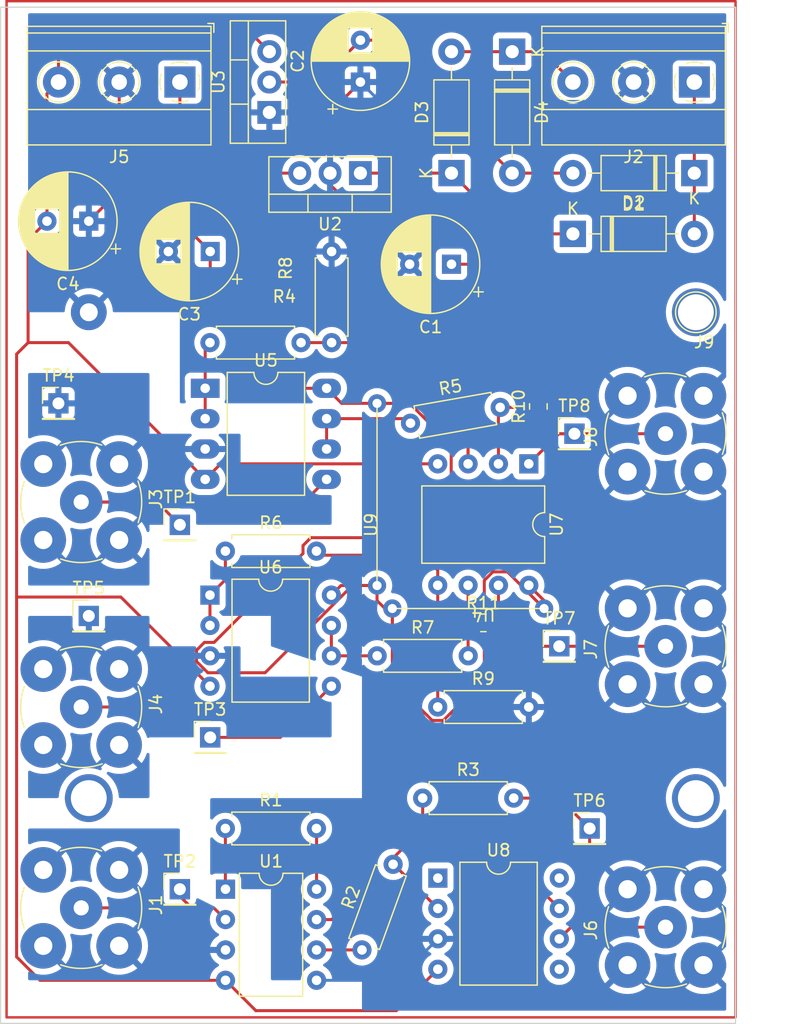
<source format=kicad_pcb>
(kicad_pcb (version 20211014) (generator pcbnew)
  (layers (0 "F.Cu" signal) (31 "B.Cu" signal) (34 "B.Paste" user) (35 "F.Paste" user) (36 "B.SilkS" user "B.Silkscreen") (37 "F.SilkS" user "F.Silkscreen") (38 "B.Mask" user) (39 "F.Mask" user) (44 "Edge.Cuts" user))
  (net 0 "")
  (net 1 "GND")
  (net 2 "+8V")
  (net 3 "Net-(R1-Pad1)")
  (net 4 "Net-(J1-Pad1)")
  (net 5 "Net-(J1-Pad2)")
  (net 6 "-8V")
  (net 7 "Net-(R2-Pad1)")
  (net 8 "Net-(R1-Pad2)")
  (net 9 "Net-(R2-Pad2)")
  (net 10 "Net-(R4-Pad1)")
  (net 11 "Net-(J3-Pad2)")
  (net 12 "Net-(J3-Pad1)")
  (net 13 "Net-(R5-Pad1)")
  (net 14 "Net-(R6-Pad1)")
  (net 15 "Net-(R7-Pad1)")
  (net 16 "Net-(R4-Pad2)")
  (net 17 "Net-(R10-Pad2)")
  (net 18 "Net-(R6-Pad2)")
  (net 19 "Net-(R11-Pad1)")
  (net 20 "Net-(C1-Pad1)")
  (net 21 "Net-(C2-Pad2)")
  (net 25 "Net-(D1-Pad2)")
  (net 26 "Net-(D3-Pad2)")
  (net 27 "Net-(J4-Pad1)")
  (net 28 "Net-(J4-Pad2)")
  (net 29 "Net-(J7-Pad1)")
  (net 30 "Net-(J8-Pad1)")
  (net 31 "Net-(J6-Pad1)")
  (footprint "Resistor_THT:R_Axial_DIN0207_L6.3mm_D2.5mm_P7.62mm_Horizontal" (layer "F.Cu") (at 67.31 139.7)
    (fp_text reference "R1" (at 3.81 -2.37) (layer "F.SilkS"))
    (fp_text value "R")
    (pad "1" thru_hole circle (at 0 0) (size 1.6 1.6) (drill 0.8) (layers *.Cu *.Mask) (net 3 "Net-(R1-Pad1)"))
    (pad "2" thru_hole oval (at 7.62 0) (size 1.6 1.6) (drill 0.8) (layers *.Cu *.Mask) (net 8 "Net-(R1-Pad2)"))
  )
  (footprint "Package_DIP:DIP-8_W10.16mm" (layer "F.Cu") (at 85.09 143.853)
    (fp_text reference "U8" (at 5.08 -2.33) (layer "F.SilkS"))
    (fp_text value "LF351N")
    (pad "1" thru_hole rect (at 0 0) (size 1.6 1.6) (drill 0.8) (layers *.Cu *.Mask))
    (pad "2" thru_hole oval (at 0 2.54) (size 1.6 1.6) (drill 0.8) (layers *.Cu *.Mask) (net 9 "Net-(R2-Pad2)"))
    (pad "3" thru_hole oval (at 0 5.08) (size 1.6 1.6) (drill 0.8) (layers *.Cu *.Mask) (net 1 "GND"))
    (pad "4" thru_hole oval (at 0 7.62) (size 1.6 1.6) (drill 0.8) (layers *.Cu *.Mask) (net 6 "-8V"))
    (pad "5" thru_hole oval (at 10.16 7.62) (size 1.6 1.6) (drill 0.8) (layers *.Cu *.Mask))
    (pad "6" thru_hole oval (at 10.16 5.08) (size 1.6 1.6) (drill 0.8) (layers *.Cu *.Mask) (net 31 "Net-(J6-Pad1)"))
    (pad "7" thru_hole oval (at 10.16 2.54) (size 1.6 1.6) (drill 0.8) (layers *.Cu *.Mask) (net 2 "+8V"))
    (pad "8" thru_hole oval (at 10.16 0) (size 1.6 1.6) (drill 0.8) (layers *.Cu *.Mask))
  )
  (footprint "Connector_Coaxial:BNC_TEConnectivity_1478204_Vertical" (layer "F.Cu") (at 104.14 147.955 90)
    (fp_text reference "J6" (at -0.25 -6.25 90) (layer "F.SilkS"))
    (fp_text value "Conn_Coaxial")
    (pad "1" thru_hole circle (at 0 0 90) (size 3.556 3.556) (drill 1.27) (layers *.Cu *.Mask) (net 31 "Net-(J6-Pad1)"))
    (pad "2" thru_hole circle (at -3.175 -3.175 90) (size 3.81 3.81) (drill 1.524) (layers *.Cu *.Mask) (net 1 "GND"))
    (pad "2" thru_hole circle (at 3.175 3.175 90) (size 3.81 3.81) (drill 1.524) (layers *.Cu *.Mask) (net 1 "GND"))
    (pad "2" thru_hole circle (at -3.175 3.175 90) (size 3.81 3.81) (drill 1.524) (layers *.Cu *.Mask) (net 1 "GND"))
    (pad "2" thru_hole circle (at 3.175 -3.175 90) (size 3.81 3.81) (drill 1.524) (layers *.Cu *.Mask) (net 1 "GND"))
  )
  (footprint "Resistor_THT:R_Axial_DIN0207_L6.3mm_D2.5mm_P7.62mm_Horizontal" (layer "F.Cu") (at 76.2 99.06 90)
    (fp_text reference "R8" (at 6.21929 -3.8477 90) (layer "F.SilkS"))
    (fp_text value "R")
    (pad "1" thru_hole circle (at 0 0 90) (size 1.6 1.6) (drill 0.8) (layers *.Cu *.Mask) (net 16 "Net-(R4-Pad2)"))
    (pad "2" thru_hole oval (at 7.62 0 90) (size 1.6 1.6) (drill 0.8) (layers *.Cu *.Mask) (net 1 "GND"))
  )
  (footprint "Connector_PinHeader_2.54mm:PinHeader_1x01_P2.54mm_Vertical" (layer "F.Cu") (at 96.52 106.68)
    (fp_text reference "TP8" (at 0 -2.33) (layer "F.SilkS"))
    (fp_text value "TestPoint")
    (pad "1" thru_hole rect (at 0 0) (size 1.7 1.7) (drill 1) (layers *.Cu *.Mask) (net 30 "Net-(J8-Pad1)"))
  )
  (footprint "Resistor_THT:R_Axial_DIN0207_L6.3mm_D2.5mm_P7.62mm_Horizontal" (layer "F.Cu") (at 85.08 129.54)
    (fp_text reference "R9" (at 3.81 -2.37) (layer "F.SilkS"))
    (fp_text value "R")
    (pad "1" thru_hole circle (at 0 0) (size 1.6 1.6) (drill 0.8) (layers *.Cu *.Mask) (net 18 "Net-(R6-Pad2)"))
    (pad "2" thru_hole oval (at 7.62 0) (size 1.6 1.6) (drill 0.8) (layers *.Cu *.Mask) (net 1 "GND"))
  )
  (footprint "Package_DIP:DIP-8_W10.16mm_LongPads" (layer "F.Cu") (at 65.62 102.88)
    (fp_text reference "U5" (at 5.08 -2.33) (layer "F.SilkS"))
    (fp_text value "TL072")
    (pad "1" thru_hole rect (at 0 0) (size 2.4 1.6) (drill 0.8) (layers *.Cu *.Mask) (net 10 "Net-(R4-Pad1)"))
    (pad "2" thru_hole oval (at 0 2.54) (size 2.4 1.6) (drill 0.8) (layers *.Cu *.Mask) (net 10 "Net-(R4-Pad1)"))
    (pad "3" thru_hole oval (at 0 5.08) (size 2.4 1.6) (drill 0.8) (layers *.Cu *.Mask) (net 11 "Net-(J3-Pad2)"))
    (pad "4" thru_hole oval (at 0 7.62) (size 2.4 1.6) (drill 0.8) (layers *.Cu *.Mask) (net 6 "-8V"))
    (pad "5" thru_hole oval (at 10.16 7.62) (size 2.4 1.6) (drill 0.8) (layers *.Cu *.Mask) (net 12 "Net-(J3-Pad1)"))
    (pad "6" thru_hole oval (at 10.16 5.08) (size 2.4 1.6) (drill 0.8) (layers *.Cu *.Mask) (net 13 "Net-(R5-Pad1)"))
    (pad "7" thru_hole oval (at 10.16 2.54) (size 2.4 1.6) (drill 0.8) (layers *.Cu *.Mask) (net 13 "Net-(R5-Pad1)"))
    (pad "8" thru_hole oval (at 10.16 0) (size 2.4 1.6) (drill 0.8) (layers *.Cu *.Mask) (net 2 "+8V"))
  )
  (footprint "" (layer "F.Cu") (at 106.68 137.16)
    (fp_text reference "" (at 0 0) (layer "F.SilkS") (effects (font (size 1.27 1.27))))
    (fp_text value "" (at 0 0) (layer "F.SilkS") (effects (font (size 1.27 1.27))))
    (pad "1" thru_hole circle (at 0 0) (size 3 3) (drill 1.5) (layers F&B.Cu *.Mask) (net 1 "GND"))
  )
  (footprint "Connector_Coaxial:BNC_TEConnectivity_1478204_Vertical" (layer "F.Cu") (at 55.245 112.395 -90)
    (fp_text reference "J3" (at -0.25 -6.25 90) (layer "F.SilkS"))
    (fp_text value "Conn_Coaxial")
    (pad "1" thru_hole circle (at 0 0 270) (size 3.556 3.556) (drill 1.27) (layers *.Cu *.Mask) (net 12 "Net-(J3-Pad1)"))
    (pad "2" thru_hole circle (at 3.175 -3.175 270) (size 3.81 3.81) (drill 1.524) (layers *.Cu *.Mask) (net 11 "Net-(J3-Pad2)"))
    (pad "2" thru_hole circle (at -3.175 3.175 270) (size 3.81 3.81) (drill 1.524) (layers *.Cu *.Mask) (net 11 "Net-(J3-Pad2)"))
    (pad "2" thru_hole circle (at 3.175 3.175 270) (size 3.81 3.81) (drill 1.524) (layers *.Cu *.Mask) (net 11 "Net-(J3-Pad2)"))
    (pad "2" thru_hole circle (at -3.175 -3.175 270) (size 3.81 3.81) (drill 1.524) (layers *.Cu *.Mask) (net 11 "Net-(J3-Pad2)"))
  )
  (footprint "Resistor_THT:R_Axial_DIN0207_L6.3mm_D2.5mm_P7.62mm_Horizontal" (layer "F.Cu") (at 67.31 116.5)
    (fp_text reference "R6" (at 3.81 -2.37) (layer "F.SilkS"))
    (fp_text value "R")
    (pad "1" thru_hole circle (at 0 0) (size 1.6 1.6) (drill 0.8) (layers *.Cu *.Mask) (net 14 "Net-(R6-Pad1)"))
    (pad "2" thru_hole oval (at 7.62 0) (size 1.6 1.6) (drill 0.8) (layers *.Cu *.Mask) (net 18 "Net-(R6-Pad2)"))
  )
  (footprint "Diode_THT:D_DO-41_SOD81_P10.16mm_Horizontal" (layer "F.Cu") (at 96.38929 89.9623)
    (fp_text reference "D1" (at 5.08 -2.47) (layer "F.SilkS"))
    (fp_text value "1N4007")
    (fp_text user "K" (at 0 -2.1) (layer "F.SilkS"))
    (pad "1" thru_hole rect (at 0 0) (size 2.2 2.2) (drill 1.1) (layers *.Cu *.Mask) (net 20 "Net-(C1-Pad1)"))
    (pad "2" thru_hole oval (at 10.16 0) (size 2.2 2.2) (drill 1.1) (layers *.Cu *.Mask) (net 25 "Net-(D1-Pad2)"))
  )
  (footprint "Jumper_wire:JumperWire6" (layer "F.Cu") (at 80 114.3 90)
    (fp_text reference "U9" (at 0 -0.5 90 unlocked) (layer "F.SilkS"))
    (fp_text value "JumperWire")
    (pad "1" thru_hole circle (at -5.08 0 90) (size 1.524 1.524) (drill 0.762) (layers *.Cu *.Mask) (net 2 "+8V"))
    (pad "1" thru_hole circle (at 10.16 0 90) (size 1.524 1.524) (drill 0.762) (layers *.Cu *.Mask) (net 2 "+8V"))
  )
  (footprint "TerminalBlock_Phoenix:TerminalBlock_Phoenix_MKDS-1,5-3-5.08_1x03_P5.08mm_Horizontal" (layer "F.Cu") (at 106.54929 77.2623 180)
    (fp_text reference "J2" (at 5.08 -6.26) (layer "F.SilkS"))
    (fp_text value "Screw_Terminal_01x03")
    (pad "1" thru_hole rect (at 0 0 180) (size 2.6 2.6) (drill 1.3) (layers *.Cu *.Mask) (net 25 "Net-(D1-Pad2)"))
    (pad "2" thru_hole circle (at 5.08 0 180) (size 2.6 2.6) (drill 1.3) (layers *.Cu *.Mask) (net 1 "GND"))
    (pad "3" thru_hole circle (at 10.16 0 180) (size 2.6 2.6) (drill 1.3) (layers *.Cu *.Mask) (net 26 "Net-(D3-Pad2)"))
  )
  (footprint "" (layer "F.Cu") (at 106.68 137.16)
    (fp_text reference "" (at 0 0) (layer "F.SilkS") (effects (font (size 1.27 1.27))))
    (fp_text value "" (at 0 0) (layer "F.SilkS") (effects (font (size 1.27 1.27))))
    (pad "" thru_hole circle (at 0 0) (size 4 4) (drill 3) (layers F&B.Cu *.Mask))
  )
  (footprint "Connector_Coaxial:BNC_TEConnectivity_1478204_Vertical" (layer "F.Cu") (at 55.245 146.342 -90)
    (fp_text reference "J1" (at -0.25 -6.25 90) (layer "F.SilkS"))
    (fp_text value "Conn_Coaxial")
    (pad "1" thru_hole circle (at 0 0 270) (size 3.556 3.556) (drill 1.27) (layers *.Cu *.Mask) (net 4 "Net-(J1-Pad1)"))
    (pad "2" thru_hole circle (at -3.175 3.175 270) (size 3.81 3.81) (drill 1.524) (layers *.Cu *.Mask) (net 5 "Net-(J1-Pad2)"))
    (pad "2" thru_hole circle (at -3.175 -3.175 270) (size 3.81 3.81) (drill 1.524) (layers *.Cu *.Mask) (net 5 "Net-(J1-Pad2)"))
    (pad "2" thru_hole circle (at 3.175 -3.175 270) (size 3.81 3.81) (drill 1.524) (layers *.Cu *.Mask) (net 5 "Net-(J1-Pad2)"))
    (pad "2" thru_hole circle (at 3.175 3.175 270) (size 3.81 3.81) (drill 1.524) (layers *.Cu *.Mask) (net 5 "Net-(J1-Pad2)"))
  )
  (footprint "Capacitor_THT:CP_Radial_D8.0mm_P3.50mm" (layer "F.Cu") (at 86.22929 92.5023 180)
    (fp_text reference "C1" (at 1.75 -5.25) (layer "F.SilkS"))
    (fp_text value "C_Polarized")
    (pad "1" thru_hole rect (at 0 0 180) (size 1.6 1.6) (drill 0.8) (layers *.Cu *.Mask) (net 20 "Net-(C1-Pad1)"))
    (pad "2" thru_hole circle (at 3.5 0 180) (size 1.6 1.6) (drill 0.8) (layers *.Cu *.Mask) (net 1 "GND"))
  )
  (footprint "Resistor_THT:R_Axial_DIN0207_L6.3mm_D2.5mm_P7.62mm_Horizontal" (layer "F.Cu") (at 80.01 125.26)
    (fp_text reference "R7" (at 3.81 -2.37) (layer "F.SilkS"))
    (fp_text value "R")
    (pad "1" thru_hole circle (at 0 0) (size 1.6 1.6) (drill 0.8) (layers *.Cu *.Mask) (net 15 "Net-(R7-Pad1)"))
    (pad "2" thru_hole oval (at 7.62 0) (size 1.6 1.6) (drill 0.8) (layers *.Cu *.Mask) (net 19 "Net-(R11-Pad1)"))
  )
  (footprint "" (layer "F.Cu") (at 55.88 137.16)
    (fp_text reference "" (at 0 0) (layer "F.SilkS") (effects (font (size 1.27 1.27))))
    (fp_text value "" (at 0 0) (layer "F.SilkS") (effects (font (size 1.27 1.27))))
    (pad "" thru_hole circle (at 0 0) (size 4 4) (drill 3) (layers F&B.Cu *.Mask))
  )
  (footprint "Resistor_SMD:R_0805_2012Metric_Pad1.20x1.40mm_HandSolder" (layer "F.Cu") (at 88.9 122.5)
    (fp_text reference "R11" (at 0 -1.65) (layer "F.SilkS"))
    (fp_text value "R")
    (pad "1" smd roundrect (at -1 0) (size 1.2 1.4) (layers "F.Cu" "F.Paste" "F.Mask") (roundrect_rratio 0.2083333333) (net 19 "Net-(R11-Pad1)"))
    (pad "2" smd roundrect (at 1 0) (size 1.2 1.4) (layers "F.Cu" "F.Paste" "F.Mask") (roundrect_rratio 0.2083333333) (net 29 "Net-(J7-Pad1)"))
  )
  (footprint "Capacitor_THT:CP_Radial_D8.0mm_P3.50mm" (layer "F.Cu") (at 55.88 88.9 180)
    (fp_text reference "C4" (at 1.75 -5.25) (layer "F.SilkS"))
    (fp_text value "C_Polarized")
    (pad "1" thru_hole rect (at 0 0 180) (size 1.6 1.6) (drill 0.8) (layers *.Cu *.Mask) (net 1 "GND"))
    (pad "2" thru_hole circle (at 3.5 0 180) (size 1.6 1.6) (drill 0.8) (layers *.Cu *.Mask) (net 6 "-8V"))
  )
  (footprint "Connector_PinHeader_2.54mm:PinHeader_1x01_P2.54mm_Vertical" (layer "F.Cu") (at 55.88 121.92)
    (fp_text reference "TP5" (at 0 -2.33) (layer "F.SilkS"))
    (fp_text value "TestPoint")
    (pad "1" thru_hole rect (at 0 0) (size 1.7 1.7) (drill 1) (layers *.Cu *.Mask) (net 28 "Net-(J4-Pad2)"))
  )
  (footprint "Connector_PinHeader_2.54mm:PinHeader_1x01_P2.54mm_Vertical" (layer "F.Cu") (at 63.5 144.78)
    (fp_text reference "TP2" (at 0 -2.33) (layer "F.SilkS"))
    (fp_text value "TestPoint")
    (pad "1" thru_hole rect (at 0 0) (size 1.7 1.7) (drill 1) (layers *.Cu *.Mask) (net 4 "Net-(J1-Pad1)"))
  )
  (footprint "Capacitor_THT:CP_Radial_D8.0mm_P3.50mm" (layer "F.Cu") (at 78.60929 77.2623 90)
    (fp_text reference "C2" (at 1.75 -5.25 90) (layer "F.SilkS"))
    (fp_text value "C_Polarized")
    (pad "1" thru_hole rect (at 0 0 90) (size 1.6 1.6) (drill 0.8) (layers *.Cu *.Mask) (net 1 "GND"))
    (pad "2" thru_hole circle (at 3.5 0 90) (size 1.6 1.6) (drill 0.8) (layers *.Cu *.Mask) (net 21 "Net-(C2-Pad2)"))
  )
  (footprint "TerminalBlock_Phoenix:TerminalBlock_Phoenix_MKDS-1,5-3-5.08_1x03_P5.08mm_Horizontal" (layer "F.Cu") (at 63.505 77.2623 180)
    (fp_text reference "J5" (at 5.08 -6.26) (layer "F.SilkS"))
    (fp_text value "Screw_Terminal_01x03")
    (pad "1" thru_hole rect (at 0 0 180) (size 2.6 2.6) (drill 1.3) (layers *.Cu *.Mask) (net 2 "+8V"))
    (pad "2" thru_hole circle (at 5.08 0 180) (size 2.6 2.6) (drill 1.3) (layers *.Cu *.Mask) (net 1 "GND"))
    (pad "3" thru_hole circle (at 10.16 0 180) (size 2.6 2.6) (drill 1.3) (layers *.Cu *.Mask) (net 6 "-8V"))
  )
  (footprint "Diode_THT:D_DO-41_SOD81_P10.16mm_Horizontal" (layer "F.Cu") (at 106.54929 84.8823 180)
    (fp_text reference "D2" (at 5.08 -2.47) (layer "F.SilkS"))
    (fp_text value "1N4007")
    (fp_text user "K" (at 0 -2.1) (layer "F.SilkS"))
    (pad "1" thru_hole rect (at 0 0 180) (size 2.2 2.2) (drill 1.1) (layers *.Cu *.Mask) (net 25 "Net-(D1-Pad2)"))
    (pad "2" thru_hole oval (at 10.16 0 180) (size 2.2 2.2) (drill 1.1) (layers *.Cu *.Mask) (net 21 "Net-(C2-Pad2)"))
  )
  (footprint "" (layer "F.Cu") (at 55.88 137.16)
    (fp_text reference "" (at 0 0) (layer "F.SilkS") (effects (font (size 1.27 1.27))))
    (fp_text value "" (at 0 0) (layer "F.SilkS") (effects (font (size 1.27 1.27))))
    (pad "1" thru_hole circle (at 0 0) (size 3 3) (drill 1.5) (layers F&B.Cu *.Mask) (net 1 "GND"))
  )
  (footprint "Resistor_SMD:R_0805_2012Metric_Pad1.20x1.40mm_HandSolder" (layer "F.Cu") (at 93.5 104.4 90)
    (fp_text reference "R10" (at 0 -1.65 90) (layer "F.SilkS"))
    (fp_text value "R")
    (pad "1" smd roundrect (at -1 0 90) (size 1.2 1.4) (layers "F.Cu" "F.Paste" "F.Mask") (roundrect_rratio 0.2083333333) (net 30 "Net-(J8-Pad1)"))
    (pad "2" smd roundrect (at 1 0 90) (size 1.2 1.4) (layers "F.Cu" "F.Paste" "F.Mask") (roundrect_rratio 0.2083333333) (net 17 "Net-(R10-Pad2)"))
  )
  (footprint "Connector_PinHeader_2.54mm:PinHeader_1x01_P2.54mm_Vertical" (layer "F.Cu") (at 95.25 124.46)
    (fp_text reference "TP7" (at 0 -2.33) (layer "F.SilkS"))
    (fp_text value "TestPoint")
    (pad "1" thru_hole rect (at 0 0) (size 1.7 1.7) (drill 1) (layers *.Cu *.Mask) (net 29 "Net-(J7-Pad1)"))
  )
  (footprint "Package_DIP:DIP-8_W7.62mm" (layer "F.Cu") (at 67.32 144.78)
    (fp_text reference "U1" (at 3.81 -2.33) (layer "F.SilkS"))
    (fp_text value "INA122")
    (pad "1" thru_hole rect (at 0 0) (size 1.6 1.6) (drill 0.8) (layers *.Cu *.Mask) (net 3 "Net-(R1-Pad1)"))
    (pad "2" thru_hole oval (at 0 2.54) (size 1.6 1.6) (drill 0.8) (layers *.Cu *.Mask) (net 4 "Net-(J1-Pad1)"))
    (pad "3" thru_hole oval (at 0 5.08) (size 1.6 1.6) (drill 0.8) (layers *.Cu *.Mask) (net 5 "Net-(J1-Pad2)"))
    (pad "4" thru_hole oval (at 0 7.62) (size 1.6 1.6) (drill 0.8) (layers *.Cu *.Mask) (net 6 "-8V"))
    (pad "5" thru_hole oval (at 7.62 7.62) (size 1.6 1.6) (drill 0.8) (layers *.Cu *.Mask) (net 1 "GND"))
    (pad "6" thru_hole oval (at 7.62 5.08) (size 1.6 1.6) (drill 0.8) (layers *.Cu *.Mask) (net 7 "Net-(R2-Pad1)"))
    (pad "7" thru_hole oval (at 7.62 2.54) (size 1.6 1.6) (drill 0.8) (layers *.Cu *.Mask) (net 2 "+8V"))
    (pad "8" thru_hole oval (at 7.62 0) (size 1.6 1.6) (drill 0.8) (layers *.Cu *.Mask) (net 8 "Net-(R1-Pad2)"))
  )
  (footprint "Diode_THT:D_DO-41_SOD81_P10.16mm_Horizontal" (layer "F.Cu") (at 86.22929 84.8823 90)
    (fp_text reference "D3" (at 5.08 -2.47 90) (layer "F.SilkS"))
    (fp_text value "1N4007")
    (fp_text user "K" (at 0 -2.1 90) (layer "F.SilkS"))
    (pad "1" thru_hole rect (at 0 0 90) (size 2.2 2.2) (drill 1.1) (layers *.Cu *.Mask) (net 20 "Net-(C1-Pad1)"))
    (pad "2" thru_hole oval (at 10.16 0 90) (size 2.2 2.2) (drill 1.1) (layers *.Cu *.Mask) (net 26 "Net-(D3-Pad2)"))
  )
  (footprint "Package_TO_SOT_THT:TO-220-3_Vertical" (layer "F.Cu") (at 78.60929 84.8823 180)
    (fp_text reference "U2" (at 2.54 -4.27) (layer "F.SilkS"))
    (fp_text value "LM7808_TO220")
    (pad "1" thru_hole rect (at 0 0 180) (size 1.905 2) (drill 1.1) (layers *.Cu *.Mask) (net 20 "Net-(C1-Pad1)"))
    (pad "2" thru_hole oval (at 2.54 0 180) (size 1.905 2) (drill 1.1) (layers *.Cu *.Mask) (net 1 "GND"))
    (pad "3" thru_hole oval (at 5.08 0 180) (size 1.905 2) (drill 1.1) (layers *.Cu *.Mask) (net 2 "+8V"))
  )
  (footprint "TestPoint:TestPoint_Loop_D2.54mm_Drill1.5mm_Beaded" (layer "F.Cu") (at 106.68 96.52)
    (fp_text reference "J9" (at 0.7 2.5) (layer "F.SilkS"))
    (fp_text value "Screw_Terminal_01x01")
    (pad "" thru_hole circle (at 0 0) (size 4 4) (drill 3) (layers *.Cu *.Mask))
  )
  (footprint "" (layer "F.Cu") (at 55.88 96.52)
    (fp_text reference "" (at 0 0) (layer "F.SilkS") (effects (font (size 1.27 1.27))))
    (fp_text value "" (at 0 0) (layer "F.SilkS") (effects (font (size 1.27 1.27))))
    (pad "1" thru_hole circle (at 0 0) (size 3 3) (drill 1.5) (layers F&B.Cu *.Mask) (net 1 "GND"))
  )
  (footprint "Resistor_THT:R_Axial_DIN0207_L6.3mm_D2.5mm_P7.62mm_Horizontal" (layer "F.Cu") (at 78.74 149.86 70)
    (fp_text reference "R2" (at 3.81 -2.37 70) (layer "F.SilkS"))
    (fp_text value "R")
    (pad "1" thru_hole circle (at 0 0 70) (size 1.6 1.6) (drill 0.8) (layers *.Cu *.Mask) (net 7 "Net-(R2-Pad1)"))
    (pad "2" thru_hole oval (at 7.62 0 70) (size 1.6 1.6) (drill 0.8) (layers *.Cu *.Mask) (net 9 "Net-(R2-Pad2)"))
  )
  (footprint "Resistor_THT:R_Axial_DIN0207_L6.3mm_D2.5mm_P7.62mm_Horizontal" (layer "F.Cu") (at 83.82 137.16)
    (fp_text reference "R3" (at 3.81 -2.37) (layer "F.SilkS"))
    (fp_text value "R")
    (pad "1" thru_hole circle (at 0 0) (size 1.6 1.6) (drill 0.8) (layers *.Cu *.Mask) (net 9 "Net-(R2-Pad2)"))
    (pad "2" thru_hole oval (at 7.62 0) (size 1.6 1.6) (drill 0.8) (layers *.Cu *.Mask) (net 31 "Net-(J6-Pad1)"))
  )
  (footprint "Resistor_THT:R_Axial_DIN0207_L6.3mm_D2.5mm_P7.62mm_Horizontal" (layer "F.Cu") (at 82.8 105.8 10)
    (fp_text reference "R5" (at 3.81 -2.37 10) (layer "F.SilkS"))
    (fp_text value "R")
    (pad "1" thru_hole circle (at 0 0 10) (size 1.6 1.6) (drill 0.8) (layers *.Cu *.Mask) (net 13 "Net-(R5-Pad1)"))
    (pad "2" thru_hole oval (at 7.62 0 10) (size 1.6 1.6) (drill 0.8) (layers *.Cu *.Mask) (net 17 "Net-(R10-Pad2)"))
  )
  (footprint "Connector_PinHeader_2.54mm:PinHeader_1x01_P2.54mm_Vertical" (layer "F.Cu") (at 66.04 132.08)
    (fp_text reference "TP3" (at 0 -2.33) (layer "F.SilkS"))
    (fp_text value "TestPoint")
    (pad "1" thru_hole rect (at 0 0) (size 1.7 1.7) (drill 1) (layers *.Cu *.Mask) (net 27 "Net-(J4-Pad1)"))
  )
  (footprint "Capacitor_THT:CP_Radial_D8.0mm_P3.50mm" (layer "F.Cu") (at 66.04 91.44 180)
    (fp_text reference "C3" (at 1.75 -5.25) (layer "F.SilkS"))
    (fp_text value "C_Polarized")
    (pad "1" thru_hole rect (at 0 0 180) (size 1.6 1.6) (drill 0.8) (layers *.Cu *.Mask) (net 2 "+8V"))
    (pad "2" thru_hole circle (at 3.5 0 180) (size 1.6 1.6) (drill 0.8) (layers *.Cu *.Mask) (net 1 "GND"))
  )
  (footprint "Diode_THT:D_DO-41_SOD81_P10.16mm_Horizontal" (layer "F.Cu") (at 91.30929 74.7223 -90)
    (fp_text reference "D4" (at 5.08 -2.47 90) (layer "F.SilkS"))
    (fp_text value "1N4007")
    (fp_text user "K" (at 0 -2.1 90) (layer "F.SilkS"))
    (pad "1" thru_hole rect (at 0 0 270) (size 2.2 2.2) (drill 1.1) (layers *.Cu *.Mask) (net 26 "Net-(D3-Pad2)"))
    (pad "2" thru_hole oval (at 10.16 0 270) (size 2.2 2.2) (drill 1.1) (layers *.Cu *.Mask) (net 21 "Net-(C2-Pad2)"))
  )
  (footprint "Connector_PinHeader_2.54mm:PinHeader_1x01_P2.54mm_Vertical" (layer "F.Cu") (at 97.79 139.7)
    (fp_text reference "TP6" (at 0 -2.33) (layer "F.SilkS"))
    (fp_text value "TestPoint")
    (pad "1" thru_hole rect (at 0 0) (size 1.7 1.7) (drill 1) (layers *.Cu *.Mask) (net 31 "Net-(J6-Pad1)"))
  )
  (footprint "Resistor_THT:R_Axial_DIN0207_L6.3mm_D2.5mm_P7.62mm_Horizontal" (layer "F.Cu") (at 66.02 99.06)
    (fp_text reference "R4" (at 6.21929 -3.8477) (layer "F.SilkS"))
    (fp_text value "R")
    (pad "1" thru_hole circle (at 0 0) (size 1.6 1.6) (drill 0.8) (layers *.Cu *.Mask) (net 10 "Net-(R4-Pad1)"))
    (pad "2" thru_hole oval (at 7.62 0) (size 1.6 1.6) (drill 0.8) (layers *.Cu *.Mask) (net 16 "Net-(R4-Pad2)"))
  )
  (footprint "Package_TO_SOT_THT:TO-220-3_Vertical" (layer "F.Cu") (at 70.98929 79.8023 90)
    (fp_text reference "U3" (at 2.54 -4.27 90) (layer "F.SilkS"))
    (fp_text value "L7908")
    (pad "1" thru_hole rect (at 0 0 90) (size 1.905 2) (drill 1.1) (layers *.Cu *.Mask) (net 1 "GND"))
    (pad "2" thru_hole oval (at 2.54 0 90) (size 1.905 2) (drill 1.1) (layers *.Cu *.Mask) (net 21 "Net-(C2-Pad2)"))
    (pad "3" thru_hole oval (at 5.08 0 90) (size 1.905 2) (drill 1.1) (layers *.Cu *.Mask) (net 6 "-8V"))
  )
  (footprint "Package_DIP:DIP-8_W10.16mm" (layer "F.Cu") (at 92.7 109.2 -90)
    (fp_text reference "U7" (at 5.08 -2.33 90) (layer "F.SilkS"))
    (fp_text value "TL072")
    (pad "1" thru_hole rect (at 0 0 270) (size 1.6 1.6) (drill 0.8) (layers *.Cu *.Mask) (net 30 "Net-(J8-Pad1)"))
    (pad "2" thru_hole oval (at 0 2.54 270) (size 1.6 1.6) (drill 0.8) (layers *.Cu *.Mask) (net 17 "Net-(R10-Pad2)"))
    (pad "3" thru_hole oval (at 0 5.08 270) (size 1.6 1.6) (drill 0.8) (layers *.Cu *.Mask) (net 16 "Net-(R4-Pad2)"))
    (pad "4" thru_hole oval (at 0 7.62 270) (size 1.6 1.6) (drill 0.8) (layers *.Cu *.Mask) (net 6 "-8V"))
    (pad "5" thru_hole oval (at 10.16 7.62 270) (size 1.6 1.6) (drill 0.8) (layers *.Cu *.Mask) (net 18 "Net-(R6-Pad2)"))
    (pad "6" thru_hole oval (at 10.16 5.08 270) (size 1.6 1.6) (drill 0.8) (layers *.Cu *.Mask) (net 19 "Net-(R11-Pad1)"))
    (pad "7" thru_hole oval (at 10.16 2.54 270) (size 1.6 1.6) (drill 0.8) (layers *.Cu *.Mask) (net 29 "Net-(J7-Pad1)"))
    (pad "8" thru_hole oval (at 10.16 0 270) (size 1.6 1.6) (drill 0.8) (layers *.Cu *.Mask) (net 2 "+8V"))
  )
  (footprint "Connector_PinHeader_2.54mm:PinHeader_1x01_P2.54mm_Vertical" (layer "F.Cu") (at 53.34 104.14)
    (fp_text reference "TP4" (at 0 -2.33) (layer "F.SilkS"))
    (fp_text value "TestPoint")
    (pad "1" thru_hole rect (at 0 0) (size 1.7 1.7) (drill 1) (layers *.Cu *.Mask) (net 11 "Net-(J3-Pad2)"))
  )
  (footprint "Connector_PinHeader_2.54mm:PinHeader_1x01_P2.54mm_Vertical" (layer "F.Cu") (at 63.5 114.3)
    (fp_text reference "TP1" (at 0 -2.33) (layer "F.SilkS"))
    (fp_text value "TestPoint")
    (pad "1" thru_hole rect (at 0 0) (size 1.7 1.7) (drill 1) (layers *.Cu *.Mask) (net 12 "Net-(J3-Pad1)"))
  )
  (footprint "Connector_Coaxial:BNC_TEConnectivity_1478204_Vertical" (layer "F.Cu") (at 55.245 129.54 -90)
    (fp_text reference "J4" (at -0.25 -6.25 90) (layer "F.SilkS"))
    (fp_text value "Conn_Coaxial")
    (pad "1" thru_hole circle (at 0 0 270) (size 3.556 3.556) (drill 1.27) (layers *.Cu *.Mask) (net 27 "Net-(J4-Pad1)"))
    (pad "2" thru_hole circle (at 3.175 -3.175 270) (size 3.81 3.81) (drill 1.524) (layers *.Cu *.Mask) (net 28 "Net-(J4-Pad2)"))
    (pad "2" thru_hole circle (at 3.175 3.175 270) (size 3.81 3.81) (drill 1.524) (layers *.Cu *.Mask) (net 28 "Net-(J4-Pad2)"))
    (pad "2" thru_hole circle (at -3.175 3.175 270) (size 3.81 3.81) (drill 1.524) (layers *.Cu *.Mask) (net 28 "Net-(J4-Pad2)"))
    (pad "2" thru_hole circle (at -3.175 -3.175 270) (size 3.81 3.81) (drill 1.524) (layers *.Cu *.Mask) (net 28 "Net-(J4-Pad2)"))
  )
  (footprint "Package_DIP:DIP-8_W10.16mm" (layer "F.Cu") (at 66.02 120.18)
    (fp_text reference "U6" (at 5.08 -2.33) (layer "F.SilkS"))
    (fp_text value "TL072")
    (pad "1" thru_hole rect (at 0 0) (size 1.6 1.6) (drill 0.8) (layers *.Cu *.Mask) (net 14 "Net-(R6-Pad1)"))
    (pad "2" thru_hole oval (at 0 2.54) (size 1.6 1.6) (drill 0.8) (layers *.Cu *.Mask) (net 14 "Net-(R6-Pad1)"))
    (pad "3" thru_hole oval (at 0 5.08) (size 1.6 1.6) (drill 0.8) (layers *.Cu *.Mask) (net 28 "Net-(J4-Pad2)"))
    (pad "4" thru_hole oval (at 0 7.62) (size 1.6 1.6) (drill 0.8) (layers *.Cu *.Mask) (net 6 "-8V"))
    (pad "5" thru_hole oval (at 10.16 7.62) (size 1.6 1.6) (drill 0.8) (layers *.Cu *.Mask) (net 27 "Net-(J4-Pad1)"))
    (pad "6" thru_hole oval (at 10.16 5.08) (size 1.6 1.6) (drill 0.8) (layers *.Cu *.Mask) (net 15 "Net-(R7-Pad1)"))
    (pad "7" thru_hole oval (at 10.16 2.54) (size 1.6 1.6) (drill 0.8) (layers *.Cu *.Mask) (net 15 "Net-(R7-Pad1)"))
    (pad "8" thru_hole oval (at 10.16 0) (size 1.6 1.6) (drill 0.8) (layers *.Cu *.Mask) (net 2 "+8V"))
  )
  (footprint "Jumper_wire:JumperWire5" (layer "F.Cu") (at 88.9 121.3 180)
    (fp_text reference "U4" (at 0 -0.5 180 unlocked) (layer "F.SilkS"))
    (fp_text value "JumperWire")
    (pad "1" thru_hole circle (at 7.62 0 180) (size 1.524 1.524) (drill 0.762) (layers *.Cu *.Mask) (net 2 "+8V"))
    (pad "1" thru_hole circle (at -5.08 0 180) (size 1.524 1.524) (drill 0.762) (layers *.Cu *.Mask) (net 2 "+8V"))
  )
  (footprint "Connector_Coaxial:BNC_TEConnectivity_1478204_Vertical" (layer "F.Cu") (at 104.14 106.68 90)
    (fp_text reference "J8" (at -0.25 -6.25 90) (layer "F.SilkS"))
    (fp_text value "Conn_Coaxial")
    (pad "1" thru_hole circle (at 0 0 90) (size 3.556 3.556) (drill 1.27) (layers *.Cu *.Mask) (net 30 "Net-(J8-Pad1)"))
    (pad "2" thru_hole circle (at 3.175 -3.175 90) (size 3.81 3.81) (drill 1.524) (layers *.Cu *.Mask) (net 1 "GND"))
    (pad "2" thru_hole circle (at -3.175 -3.175 90) (size 3.81 3.81) (drill 1.524) (layers *.Cu *.Mask) (net 1 "GND"))
    (pad "2" thru_hole circle (at 3.175 3.175 90) (size 3.81 3.81) (drill 1.524) (layers *.Cu *.Mask) (net 1 "GND"))
    (pad "2" thru_hole circle (at -3.175 3.175 90) (size 3.81 3.81) (drill 1.524) (layers *.Cu *.Mask) (net 1 "GND"))
  )
  (footprint "Connector_Coaxial:BNC_TEConnectivity_1478204_Vertical" (layer "F.Cu") (at 104.14 124.46 90)
    (fp_text reference "J7" (at -0.25 -6.25 90) (layer "F.SilkS"))
    (fp_text value "Conn_Coaxial")
    (pad "1" thru_hole circle (at 0 0 90) (size 3.556 3.556) (drill 1.27) (layers *.Cu *.Mask) (net 29 "Net-(J7-Pad1)"))
    (pad "2" thru_hole circle (at -3.175 3.175 90) (size 3.81 3.81) (drill 1.524) (layers *.Cu *.Mask) (net 1 "GND"))
    (pad "2" thru_hole circle (at -3.175 -3.175 90) (size 3.81 3.81) (drill 1.524) (layers *.Cu *.Mask) (net 1 "GND"))
    (pad "2" thru_hole circle (at 3.175 -3.175 90) (size 3.81 3.81) (drill 1.524) (layers *.Cu *.Mask) (net 1 "GND"))
    (pad "2" thru_hole circle (at 3.175 3.175 90) (size 3.81 3.81) (drill 1.524) (layers *.Cu *.Mask) (net 1 "GND"))
  )
  (gr_rect (start 49 70.5) (end 110 155.5) (layer "F.Cu") (width 0.2) (fill none))
  (gr_rect (start 48.5 71) (end 110 156) (layer "Edge.Cuts") (width 0.1) (fill none))
  (segment (start 55.88 88.9) (end 57.455 87.325) (width 0.25) (layer "F.Cu") (net 1))
  (segment (start 57.455 87.325) (end 58.425 87.325) (width 0.25) (layer "F.Cu") (net 1))
  (segment (start 76.06929 84.8823) (end 76.06929 91.30929) (width 0.25) (layer "F.Cu") (net 1))
  (segment (start 78.60929 77.2623) (end 76.06929 79.8023) (width 0.25) (layer "F.Cu") (net 1))
  (segment (start 58.425 87.325) (end 62.54 91.44) (width 0.25) (layer "F.Cu") (net 1))
  (segment (start 76.06929 79.8023) (end 76.06929 84.8823) (width 0.25) (layer "F.Cu") (net 1))
  (segment (start 76.06929 85.8423) (end 82.72929 92.5023) (width 0.25) (layer "F.Cu") (net 1))
  (segment (start 76.06929 84.8823) (end 76.06929 85.8423) (width 0.25) (layer "F.Cu") (net 1))
  (segment (start 58.425 77.2623) (end 58.425 87.325) (width 0.25) (layer "F.Cu") (net 1))
  (segment (start 76.06929 91.30929) (end 76.2 91.44) (width 0.25) (layer "F.Cu") (net 1))
  (segment (start 76.06929 79.8023) (end 70.98929 79.8023) (width 0.25) (layer "F.Cu") (net 1))
  (segment (start 80.23429 78.8873) (end 78.60929 77.2623) (width 0.25) (layer "B.Cu") (net 1))
  (segment (start 60.965 79.8023) (end 70.98929 79.8023) (width 0.25) (layer "B.Cu") (net 1))
  (segment (start 58.425 77.2623) (end 60.965 79.8023) (width 0.25) (layer "B.Cu") (net 1))
  (segment (start 81.623 152.4) (end 85.09 148.933) (width 0.25) (layer "B.Cu") (net 1))
  (segment (start 74.94 152.4) (end 81.623 152.4) (width 0.25) (layer "B.Cu") (net 1))
  (segment (start 101.46929 77.2623) (end 99.84429 78.8873) (width 0.25) (layer "B.Cu") (net 1))
  (segment (start 99.84429 78.8873) (end 80.23429 78.8873) (width 0.25) (layer "B.Cu") (net 1))
  (segment (start 63.505 88.905) (end 66.04 91.44) (width 0.25) (layer "F.Cu") (net 2))
  (segment (start 71.12 101.6) (end 66.04 96.52) (width 0.25) (layer "F.Cu") (net 2))
  (segment (start 93.98 120.64) (end 93.98 121.5) (width 0.25) (layer "F.Cu") (net 2))
  (segment (start 85.09 134.62) (end 81.28 134.62) (width 0.25) (layer "F.Cu") (net 2))
  (segment (start 66.04 96.52) (end 66.04 91.44) (width 0.25) (layer "F.Cu") (net 2))
  (segment (start 81.28 121.3) (end 81.28 127.330991) (width 0.25) (layer "F.Cu") (net 2))
  (segment (start 65.554009 124.135) (end 64.895 124.794009) (width 0.25) (layer "F.Cu") (net 2))
  (segment (start 82.730991 104.14) (end 86.205 107.614009) (width 0.25) (layer "F.Cu") (net 2))
  (segment (start 80 119.38) (end 76.979999 119.380001) (width 0.25) (layer "F.Cu") (net 2))
  (segment (start 76.2 147.32) (end 78.74 144.78) (width 0.25) (layer "F.Cu") (net 2))
  (segment (start 81.28 139.7) (end 78.74 142.24) (width 0.25) (layer "F.Cu") (net 2))
  (segment (start 74.464009 115.375) (end 73.805 116.034009) (width 0.25) (layer "F.Cu") (net 2))
  (segment (start 87.63 138.773) (end 95.25 146.393) (width 0.25) (layer "F.Cu") (net 2))
  (segment (start 78.74 144.78) (end 78.74 142.24) (width 0.25) (layer "F.Cu") (net 2))
  (segment (start 81.28 121.92) (end 80 120.64) (width 0.25) (layer "F.Cu") (net 2))
  (segment (start 73.805 116.695) (end 66.365 124.135) (width 0.25) (layer "F.Cu") (net 2))
  (segment (start 75.78 102.88) (end 72.4 102.88) (width 0.25) (layer "F.Cu") (net 2))
  (segment (start 86.205 107.614009) (end 86.205 110.185) (width 0.25) (layer "F.Cu") (net 2))
  (segment (start 87.63 137.16) (end 87.63 138.773) (width 0.25) (layer "F.Cu") (net 2))
  (segment (start 73.805 116.034009) (end 73.805 116.695) (width 0.25) (layer "F.Cu") (net 2))
  (segment (start 92.7 119.36) (end 93.98 120.64) (width 0.25) (layer "F.Cu") (net 2))
  (segment (start 89.694009 118.235) (end 90.915 118.235) (width 0.25) (layer "F.Cu") (net 2))
  (segment (start 66.365 124.135) (end 65.554009 124.135) (width 0.25) (layer "F.Cu") (net 2))
  (segment (start 81.28 134.62) (end 81.28 139.7) (width 0.25) (layer "F.Cu") (net 2))
  (segment (start 63.505 83.815) (end 63.505 88.905) (width 0.25) (layer "F.Cu") (net 2))
  (segment (start 85.09 134.62) (end 87.63 137.16) (width 0.25) (layer "F.Cu") (net 2))
  (segment (start 64.895 125.725991) (end 65.844009 126.675) (width 0.25) (layer "F.Cu") (net 2))
  (segment (start 77.929009 119.38) (end 80 119.38) (width 0.25) (layer "F.Cu") (net 2))
  (segment (start 84.614009 130.665) (end 85.545991 130.665) (width 0.25) (layer "F.Cu") (net 2))
  (segment (start 86.205 110.185) (end 81.015 115.375) (width 0.25) (layer "F.Cu") (net 2))
  (segment (start 73.52929 84.8823) (end 64.5723 84.8823) (width 0.25) (layer "F.Cu") (net 2))
  (segment (start 65.844009 126.675) (end 70.634009 126.675) (width 0.25) (layer "F.Cu") (net 2))
  (segment (start 80 120.64) (end 80 119.38) (width 0.25) (layer "F.Cu") (net 2))
  (segment (start 81.28 104.14) (end 77.04 104.14) (width 0.25) (layer "F.Cu") (net 2))
  (segment (start 88.975 118.954009) (end 89.694009 118.235) (width 0.25) (layer "F.Cu") (net 2))
  (segment (start 63.505 77.2623) (end 63.505 83.815) (width 0.25) (layer "F.Cu") (net 2))
  (segment (start 90.915 118.235) (end 93.98 121.3) (width 0.25) (layer "F.Cu") (net 2))
  (segment (start 80 104.14) (end 82.730991 104.14) (width 0.25) (layer "F.Cu") (net 2))
  (segment (start 72.4 102.88) (end 71.12 101.6) (width 0.25) (layer "F.Cu") (net 2))
  (segment (start 74.94 147.32) (end 76.2 147.32) (width 0.25) (layer "F.Cu") (net 2))
  (segment (start 81.28 127.330991) (end 84.614009 130.665) (width 0.25) (layer "F.Cu") (net 2))
  (segment (start 88.975 127.235991) (end 88.975 118.954009) (width 0.25) (layer "F.Cu") (net 2))
  (segment (start 81.015 115.375) (end 74.464009 115.375) (width 0.25) (layer "F.Cu") (net 2))
  (segment (start 81.28 134.62) (end 81.28 121.92) (width 0.25) (layer "F.Cu") (net 2))
  (segment (start 76.979999 119.380001) (end 76.18 120.18) (width 0.25) (layer "F.Cu") (net 2))
  (segment (start 85.545991 130.665) (end 88.975 127.235991) (width 0.25) (layer "F.Cu") (net 2))
  (segment (start 77.04 104.14) (end 75.78 102.88) (width 0.25) (layer "F.Cu") (net 2))
  (segment (start 64.895 124.794009) (end 64.895 125.725991) (width 0.25) (layer "F.Cu") (net 2))
  (segment (start 70.634009 126.675) (end 77.929009 119.38) (width 0.25) (layer "F.Cu") (net 2))
  (segment (start 64.5723 84.8823) (end 63.505 83.815) (width 0.25) (layer "F.Cu") (net 2))
  (segment (start 67.31 139.7) (end 67.31 144.77) (width 0.25) (layer "F.Cu") (net 3))
  (segment (start 67.31 144.77) (end 67.32 144.78) (width 0.25) (layer "F.Cu") (net 3))
  (segment (start 64.478 146.342) (end 55.245 146.342) (width 0.25) (layer "F.Cu") (net 4))
  (segment (start 55.89 145.425) (end 55.245 144.78) (width 0.25) (layer "F.Cu") (net 4))
  (segment (start 63.5 144.78) (end 63.5 145.364) (width 0.25) (layer "F.Cu") (net 4))
  (segment (start 66.342 146.342) (end 64.478 146.342) (width 0.25) (layer "F.Cu") (net 4))
  (segment (start 67.32 147.32) (end 66.342 146.342) (width 0.25) (layer "F.Cu") (net 4))
  (segment (start 63.5 145.364) (end 64.478 146.342) (width 0.25) (layer "F.Cu") (net 4))
  (segment (start 66.977 149.517) (end 67.32 149.86) (width 0.25) (layer "B.Cu") (net 5))
  (segment (start 49.84 120.34) (end 49.84 150.440697) (width 0.25) (layer "F.Cu") (net 6))
  (segment (start 70.98929 74.7223) (end 69.36429 73.0973) (width 0.25) (layer "F.Cu") (net 6))
  (segment (start 85.08 109.2) (end 66.92 109.2) (width 0.25) (layer "F.Cu") (net 6))
  (segment (start 53.345 74.58659) (end 53.345 77.2623) (width 0.25) (layer "F.Cu") (net 6))
  (segment (start 52.38 88.9) (end 52.38 78.2273) (width 0.25) (layer "F.Cu") (net 6))
  (segment (start 58.56 120.34) (end 49.84 120.34) (width 0.25) (layer "F.Cu") (net 6))
  (segment (start 69.36429 73.0973) (end 54.83429 73.0973) (width 0.25) (layer "F.Cu") (net 6))
  (segment (start 54.83429 73.0973) (end 53.345 74.58659) (width 0.25) (layer "F.Cu") (net 6))
  (segment (start 66.92 109.2) (end 65.62 110.5) (width 0.25) (layer "F.Cu") (net 6))
  (segment (start 52.38 78.2273) (end 53.345 77.2623) (width 0.25) (layer "F.Cu") (net 6))
  (segment (start 65.62 110.5) (end 54.18 99.06) (width 0.25) (layer "F.Cu") (net 6))
  (segment (start 66.02 127.8) (end 58.56 120.34) (width 0.25) (layer "F.Cu") (net 6))
  (segment (start 54.18 99.06) (end 50.8 99.06) (width 0.25) (layer "F.Cu") (net 6))
  (segment (start 50.8 90.48) (end 52.38 88.9) (width 0.25) (layer "F.Cu") (net 6))
  (segment (start 50.8 99.06) (end 49.84 100.02) (width 0.25) (layer "F.Cu") (net 6))
  (segment (start 51.799303 152.4) (end 67.32 152.4) (width 0.25) (layer "F.Cu") (net 6))
  (segment (start 69.86 154.94) (end 67.32 152.4) (width 0.25) (layer "F.Cu") (net 6))
  (segment (start 49.84 100.02) (end 49.84 120.34) (width 0.25) (layer "F.Cu") (net 6))
  (segment (start 69.86 154.94) (end 81.623 154.94) (width 0.25) (layer "F.Cu") (net 6))
  (segment (start 81.623 154.94) (end 85.09 151.473) (width 0.25) (layer "F.Cu") (net 6))
  (segment (start 50.8 99.06) (end 50.8 90.48) (width 0.25) (layer "F.Cu") (net 6))
  (segment (start 49.84 150.440697) (end 51.799303 152.4) (width 0.25) (layer "F.Cu") (net 6))
  (segment (start 78.74 149.86) (end 74.94 149.86) (width 0.25) (layer "F.Cu") (net 7))
  (segment (start 74.94 139.71) (end 74.93 139.7) (width 0.25) (layer "F.Cu") (net 8))
  (segment (start 74.94 144.78) (end 74.94 139.71) (width 0.25) (layer "F.Cu") (net 8))
  (segment (start 83.82 139.7) (end 81.28 142.24) (width 0.25) (layer "F.Cu") (net 9))
  (segment (start 84.747 146.393) (end 85.09 146.393) (width 0.25) (layer "F.Cu") (net 9))
  (segment (start 81.396542 142.699542) (end 81.346193 142.699542) (width 0.25) (layer "F.Cu") (net 9))
  (segment (start 85.09 146.393) (end 81.396542 142.699542) (width 0.25) (layer "F.Cu") (net 9))
  (segment (start 83.82 137.16) (end 83.82 139.7) (width 0.25) (layer "F.Cu") (net 9))
  (segment (start 81.28 142.24) (end 81.28 142.934699) (width 0.25) (layer "F.Cu") (net 9))
  (segment (start 65.62 99.46) (end 66.02 99.06) (width 0.25) (layer "F.Cu") (net 10))
  (segment (start 65.62 105.42) (end 65.62 99.46) (width 0.25) (layer "F.Cu") (net 10))
  (segment (start 59.68 107.96) (end 58.42 109.22) (width 0.25) (layer "F.Cu") (net 11))
  (segment (start 55.245 112.395) (end 73.885 112.395) (width 0.25) (layer "F.Cu") (net 12))
  (segment (start 63.5 114.3) (end 61.595 112.395) (width 0.25) (layer "F.Cu") (net 12))
  (segment (start 73.885 112.395) (end 75.78 110.5) (width 0.25) (layer "F.Cu") (net 12))
  (segment (start 61.595 112.395) (end 55.245 112.395) (width 0.25) (layer "F.Cu") (net 12))
  (segment (start 75.78 105.42) (end 75.78 107.96) (width 0.25) (layer "F.Cu") (net 13))
  (segment (start 82.55 105.42) (end 75.78 105.42) (width 0.25) (layer "F.Cu") (net 13))
  (segment (start 67.31 118.89) (end 66.02 120.18) (width 0.25) (layer "F.Cu") (net 14))
  (segment (start 67.31 116.84) (end 67.31 118.89) (width 0.25) (layer "F.Cu") (net 14))
  (segment (start 66.02 122.72) (end 66.02 120.18) (width 0.25) (layer "F.Cu") (net 14))
  (segment (start 80.01 125.26) (end 76.18 125.26) (width 0.25) (layer "F.Cu") (net 15))
  (segment (start 76.18 125.26) (end 76.18 122.72) (width 0.25) (layer "F.Cu") (net 15))
  (segment (start 81.28 99.06) (end 78.74 99.06) (width 0.25) (layer "F.Cu") (net 16))
  (segment (start 73.64 99.06) (end 76.2 99.06) (width 0.25) (layer "F.Cu") (net 16))
  (segment (start 87.62 105.4) (end 83.82 101.6) (width 0.25) (layer "F.Cu") (net 16))
  (segment (start 83.82 101.6) (end 81.28 99.06) (width 0.25) (layer "F.Cu") (net 16))
  (segment (start 87.63 109.19) (end 87.62 109.2) (width 0.25) (layer "F.Cu") (net 16))
  (segment (start 78.61137 99.06) (end 76.2 99.06) (width 0.25) (layer "F.Cu") (net 16))
  (segment (start 87.62 109.2) (end 87.62 108.06863) (width 0.25) (layer "F.Cu") (net 16))
  (segment (start 87.62 109.2) (end 87.62 105.4) (width 0.25) (layer "F.Cu") (net 16))
  (segment (start 90.16 104.621036) (end 90.304235 104.476801) (width 0.25) (layer "F.Cu") (net 17))
  (segment (start 90.16 109.2) (end 90.16 104.621036) (width 0.25) (layer "F.Cu") (net 17))
  (segment (start 90.17 109.19) (end 90.16 109.2) (width 0.25) (layer "F.Cu") (net 17))
  (segment (start 90.304235 104.476801) (end 92.423199 104.476801) (width 0.25) (layer "F.Cu") (net 17))
  (segment (start 92.423199 104.476801) (end 93.5 103.4) (width 0.25) (layer "F.Cu") (net 17))
  (segment (start 85.08 119.36) (end 85.08 118.1) (width 0.25) (layer "F.Cu") (net 18))
  (segment (start 85.08 119.36) (end 85.08 129.54) (width 0.25) (layer "F.Cu") (net 18))
  (segment (start 83.82 116.84) (end 74.93 116.84) (width 0.25) (layer "F.Cu") (net 18))
  (segment (start 85.08 118.1) (end 83.82 116.84) (width 0.25) (layer "F.Cu") (net 18))
  (segment (start 87.62 119.36) (end 87.62 125.25) (width 0.25) (layer "F.Cu") (net 19))
  (segment (start 87.62 125.25) (end 87.63 125.26) (width 0.25) (layer "F.Cu") (net 19))
  (segment (start 91.30929 89.9623) (end 86.22929 84.8823) (width 0.25) (layer "F.Cu") (net 20))
  (segment (start 96.38929 89.9623) (end 91.30929 89.9623) (width 0.25) (layer "F.Cu") (net 20))
  (segment (start 88.76929 92.5023) (end 91.30929 89.9623) (width 0.25) (layer "F.Cu") (net 20))
  (segment (start 86.22929 84.8823) (end 78.60929 84.8823) (width 0.25) (layer "F.Cu") (net 20))
  (segment (start 86.22929 92.5023) (end 88.76929 92.5023) (width 0.25) (layer "F.Cu") (net 20))
  (segment (start 91.30929 84.8823) (end 96.38929 84.8823) (width 0.25) (layer "F.Cu") (net 21))
  (segment (start 80.18929 73.7623) (end 91.30929 84.8823) (width 0.25) (layer "F.Cu") (net 21))
  (segment (start 78.60929 73.7623) (end 80.18929 73.7623) (width 0.25) (layer "F.Cu") (net 21))
  (segment (start 75.10929 77.2623) (end 78.60929 73.7623) (width 0.25) (layer "F.Cu") (net 21))
  (segment (start 70.98929 77.2623) (end 75.10929 77.2623) (width 0.25) (layer "F.Cu") (net 21))
  (segment (start 106.54929 77.2623) (end 106.54929 89.9623) (width 0.25) (layer "F.Cu") (net 25))
  (segment (start 93.84929 74.7223) (end 91.30929 74.7223) (width 0.25) (layer "F.Cu") (net 26))
  (segment (start 86.22929 74.7223) (end 91.30929 74.7223) (width 0.25) (layer "F.Cu") (net 26))
  (segment (start 96.38929 77.2623) (end 93.84929 74.7223) (width 0.25) (layer "F.Cu") (net 26))
  (segment (start 55.245 129.54) (end 74.44 129.54) (width 0.25) (layer "F.Cu") (net 27))
  (segment (start 74.44 129.54) (end 76.18 127.8) (width 0.25) (layer "F.Cu") (net 27))
  (segment (start 71.9 132.08) (end 74.44 129.54) (width 0.25) (layer "F.Cu") (net 27))
  (segment (start 66.04 132.08) (end 71.9 132.08) (width 0.25) (layer "F.Cu") (net 27))
  (segment (start 59.525 125.26) (end 58.42 126.365) (width 0.25) (layer "F.Cu") (net 28))
  (segment (start 89.9 121.92) (end 92.44 124.46) (width 0.25) (layer "F.Cu") (net 29))
  (segment (start 92.44 124.46) (end 95.25 124.46) (width 0.25) (layer "F.Cu") (net 29))
  (segment (start 90.16 119.36) (end 90.16 121.66) (width 0.25) (layer "F.Cu") (net 29))
  (segment (start 90.16 121.66) (end 89.9 121.92) (width 0.25) (layer "F.Cu") (net 29))
  (segment (start 104.14 124.46) (end 95.25 124.46) (width 0.25) (layer "F.Cu") (net 29))
  (segment (start 94.78 106.68) (end 96.52 106.68) (width 0.25) (layer "F.Cu") (net 30))
  (segment (start 93.5 105.4) (end 94.78 106.68) (width 0.25) (layer "F.Cu") (net 30))
  (segment (start 92.6 109.1) (end 92.7 109.2) (width 0.25) (layer "F.Cu") (net 30))
  (segment (start 104.14 106.68) (end 96.52 106.68) (width 0.25) (layer "F.Cu") (net 30))
  (segment (start 95.22 106.68) (end 92.7 109.2) (width 0.25) (layer "F.Cu") (net 30))
  (segment (start 96.52 106.68) (end 95.22 106.68) (width 0.25) (layer "F.Cu") (net 30))
  (segment (start 95.25 137.16) (end 91.44 137.16) (width 0.25) (layer "F.Cu") (net 31))
  (segment (start 96.228 147.955) (end 95.25 148.933) (width 0.25) (layer "F.Cu") (net 31))
  (segment (start 95.25 148.933) (end 97.79 146.393) (width 0.25) (layer "F.Cu") (net 31))
  (segment (start 104.14 147.955) (end 96.228 147.955) (width 0.25) (layer "F.Cu") (net 31))
  (segment (start 97.79 146.393) (end 97.79 139.7) (width 0.25) (layer "F.Cu") (net 31))
  (segment (start 97.79 139.7) (end 95.25 137.16) (width 0.25) (layer "F.Cu") (net 31))
  (zone (net 1) (net_name "GND") (layer "B.Cu") (connect_pads (clearance 0.508)) (min_thickness 0.254) (fill yes (thermal_gap 0.508) (thermal_bridge_width 0.508))
    (polygon (pts (xy 109.22 154.94) (xy 78.74 154.94) (xy 78.74 71.12) (xy 109.22 71.12)))
  )
  (zone (net 28) (net_name "Net-(J4-Pad2)") (layer "B.Cu") (connect_pads (clearance 0.508)) (min_thickness 0.254) (fill yes (thermal_gap 0.508) (thermal_bridge_width 0.508))
    (polygon (pts (xy 60.96 124.46) (xy 68.58 124.46) (xy 68.58 127) (xy 76.2 127) (xy 76.2 132.08) (xy 60.96 132.08) (xy 60.96 137.16) (xy 50.8 137.16) (xy 50.8 121.92) (xy 60.96 121.92)))
  )
  (zone (net 5) (net_name "Net-(J1-Pad2)") (layer "B.Cu") (connect_pads (clearance 0.508)) (min_thickness 0.254) (fill yes (thermal_gap 0.508) (thermal_bridge_width 0.508))
    (polygon (pts (xy 63.5 144.78) (xy 68.58 147.32) (xy 68.58 152.4) (xy 50.8 152.4) (xy 50.8 139.7) (xy 63.5 139.7)))
  )
  (zone (net 1) (net_name "GND") (layer "B.Cu") (connect_pads (clearance 0.508)) (min_thickness 0.254) (fill yes (thermal_gap 0.508) (thermal_bridge_width 0.508))
    (polygon (pts (xy 78.74 104.14) (xy 63.5 104.14) (xy 63.5 96.52) (xy 50.8 96.52) (xy 50.8 71.12) (xy 78.74 71.12)))
  )
  (zone (net 1) (net_name "GND") (layer "B.Cu") (connect_pads (clearance 0.508)) (min_thickness 0.254) (fill yes (thermal_gap 0.508) (thermal_bridge_width 0.508))
    (polygon (pts (xy 81.28 152.4) (xy 71.12 152.4) (xy 71.12 144.78) (xy 66.04 144.78) (xy 66.04 137.16) (xy 81.28 137.16)))
  )
  (zone (net 11) (net_name "Net-(J3-Pad2)") (layer "B.Cu") (connect_pads (clearance 0.508)) (min_thickness 0.254) (fill yes (thermal_gap 0.508) (thermal_bridge_width 0.508))
    (polygon (pts (xy 60.96 106.68) (xy 68.58 106.68) (xy 68.58 109.22) (xy 76.2 109.22) (xy 76.2 114.3) (xy 60.96 114.3) (xy 60.96 119.38) (xy 50.8 119.38) (xy 50.8 101.6) (xy 60.96 101.6)))
  )
  (zone (net 1) (net_name "GND") (layer "B.Cu") (connect_pads (clearance 0.508)) (min_thickness 0.254) (fill yes (thermal_gap 0.508) (thermal_bridge_width 0.508))
    (polygon (pts (xy 78.74 127) (xy 71.12 124.46) (xy 71.12 121.92) (xy 66.04 121.92) (xy 66.04 116.84) (xy 78.74 116.84)))
  )
)
</source>
